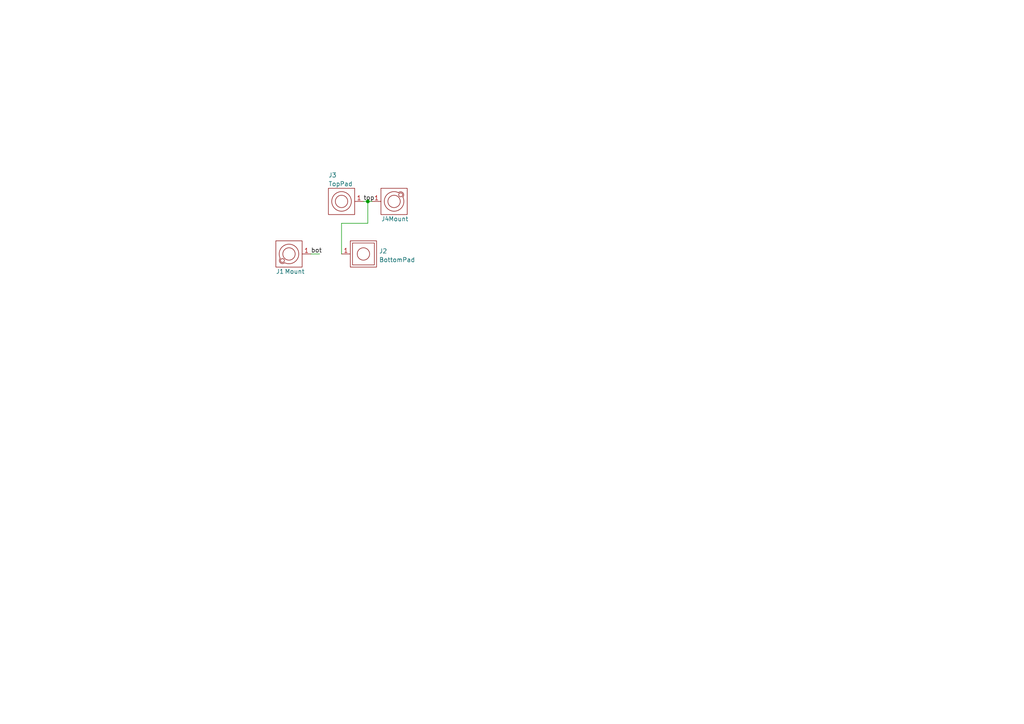
<source format=kicad_sch>
(kicad_sch (version 20230121) (generator eeschema)
  (paper "A4")
  (title_block (title "QRET Screw Switch") (date "2023-03-20") (comment 2 "Authors: Kennan Bays"))
  (lib_symbols
    (symbol "Mount_1"
      (property "Reference" "J" (at 0 0 0))
      (property "Value" "Mount_1" (at 0 0 0))
      (symbol "Mount_1_0_1"
        (rectangle (start -3.81 -1.27) (end 3.81 -8.89) (stroke (width 0.1524)))
        (arc (start -2.54 -3.81) (mid -2.6941 -5.978) (end -1.27 -7.62) (stroke (width 0.1524)))
        (circle (center -1.905 -3.175) (radius 0.5602) (stroke (width 0.1524)))
        (arc (start -1.27 -7.62) (mid 2.0096 -7.0896) (end 2.54 -3.81) (stroke (width 0.1524)))
        (arc (start -1.27 -2.54) (mid -2.5319 -2.5481) (end -2.54 -3.81) (stroke (width 0.1524)))
        (circle (center 0 -5.08) (radius 1.7961) (stroke (width 0.1524)))
        (arc (start 2.54 -3.81) (mid 0.898 -2.3859) (end -1.27 -2.54) (stroke (width 0.1524)))
      )
      (symbol "Mount_1_1_1"
        (pin power_in line (at 0 -11.43 90) (length 2.54) (name "") (number "1"))
      )
    )
    (symbol "ScrewSwitchSymbols:BottomPad"
      (property "Reference" "J" (at 0 0 0))
      (property "Value" "BottomPad" (at 0 0 0))
      (symbol "BottomPad_0_1"
        (rectangle (start -3.81 -1.27) (end 3.81 -8.89) (stroke (width 0.1524)))
        (rectangle (start -3.175 -1.905) (end 3.175 -8.255) (stroke (width 0.1524)))
        (circle (center 0 -5.08) (radius 1.7961) (stroke (width 0.1524)))
      )
      (symbol "BottomPad_1_1"
        (pin power_in line (at -6.35 -5.08 0) (length 2.54) (name "") (number "1"))
      )
    )
    (symbol "ScrewSwitchSymbols:Mount"
      (property "Reference" "J" (at 0 0 0))
      (property "Value" "Mount" (at 0 0 0))
      (symbol "Mount_0_1"
        (rectangle (start -3.81 -1.27) (end 3.81 -8.89) (stroke (width 0.1524)))
        (arc (start -2.54 -3.81) (mid -2.6941 -5.978) (end -1.27 -7.62) (stroke (width 0.1524)))
        (circle (center -1.905 -3.175) (radius 0.5602) (stroke (width 0.1524)))
        (arc (start -1.27 -7.62) (mid 2.0096 -7.0896) (end 2.54 -3.81) (stroke (width 0.1524)))
        (arc (start -1.27 -2.54) (mid -2.5319 -2.5481) (end -2.54 -3.81) (stroke (width 0.1524)))
        (circle (center 0 -5.08) (radius 1.7961) (stroke (width 0.1524)))
        (arc (start 2.54 -3.81) (mid 0.898 -2.3859) (end -1.27 -2.54) (stroke (width 0.1524)))
      )
      (symbol "Mount_1_1"
        (pin power_in line (at 0 -11.43 90) (length 2.54) (name "") (number "1"))
      )
    )
    (symbol "ScrewSwitchSymbols:TopPad"
      (property "Reference" "J" (at 0 0 0))
      (property "Value" "TopPad" (at 0 0 0))
      (symbol "TopPad_0_1"
        (rectangle (start -3.81 -1.27) (end 3.81 -8.89) (stroke (width 0.1524)))
        (circle (center 0 -5.08) (radius 1.7961) (stroke (width 0.1524)))
        (circle (center 0 -5.08) (radius 2.8398) (stroke (width 0.1524)))
      )
      (symbol "TopPad_1_1"
        (pin power_in line (at 6.35 -5.08 180) (length 2.54) (name "") (number "1"))
      )
    )
  )
  (junction (at 106.68 58.42))
  (wire (pts (xy 105.41 58.42) (xy 106.68 58.42)))
  (wire (pts (xy 90.17 73.66) (xy 92.71 73.66)))
  (wire (pts (xy 99.06 64.77) (xy 106.68 64.77)))
  (wire (pts (xy 106.68 64.77) (xy 106.68 58.42)))
  (wire (pts (xy 99.06 73.66) (xy 99.06 64.77)))
  (wire (pts (xy 106.68 58.42) (xy 107.95 58.42)))
  (label "bot" (at 90.17 73.66 0))
  (label "top" (at 105.41 58.42 0))
  (symbol (lib_id "ScrewSwitchSymbols:TopPad") (at 99.06 53.34 0) (unit 1)
    (property "Reference" "J3" (at 95.25 50.8 0) (effects (justify left)))
    (property "Value" "TopPad" (at 95.25 53.34 0) (effects (justify left)))
    (property "Footprint" "ScrewSwitchLibrary:ScrewTermFront" (effects hide))
  )
  (symbol (lib_id "ScrewSwitchSymbols:BottomPad") (at 105.41 68.58 0) (unit 1)
    (property "Reference" "J2" (at 109.9312 72.8253 0) (effects (justify left)))
    (property "Value" "BottomPad" (at 109.9312 75.3622 0) (effects (justify left)))
    (property "Footprint" "ScrewSwitchLibrary:ScrewTermBack" (effects hide))
  )
  (symbol (lib_id "ScrewSwitchSymbols:Mount") (at 119.38 58.42 270) (unit 1)
    (property "Reference" "J4" (at 111.76 63.5 90))
    (property "Value" "Mount" (at 115.57 63.5 90))
    (property "Footprint" "ScrewSwitchLibrary:ScrewTermMount" (effects hide))
  )
  (symbol (lib_name "Mount_1") (lib_id "ScrewSwitchSymbols:Mount") (at 78.74 73.66 90) (unit 1)
    (property "Reference" "J1" (at 80.01 78.74 90) (effects (justify right)))
    (property "Value" "Mount" (at 82.55 78.74 90) (effects (justify right)))
    (property "Footprint" "ScrewSwitchLibrary:ScrewTermMount" (effects hide))
  )
)
</source>
